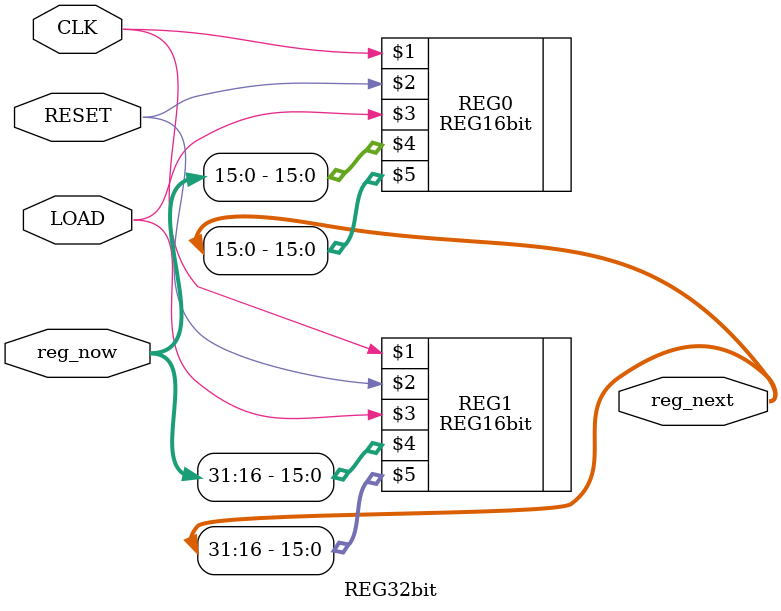
<source format=v>
module REG32bit(CLK, RESET, LOAD, reg_now, reg_next);
input CLK, RESET, LOAD;
input [31:0] reg_now;
output [31:0] reg_next;

REG16bit REG0 (CLK, RESET, LOAD, reg_now[15:0], reg_next[15:0]);
REG16bit REG1 (CLK, RESET, LOAD, reg_now[31:16], reg_next[31:16]);
endmodule

</source>
